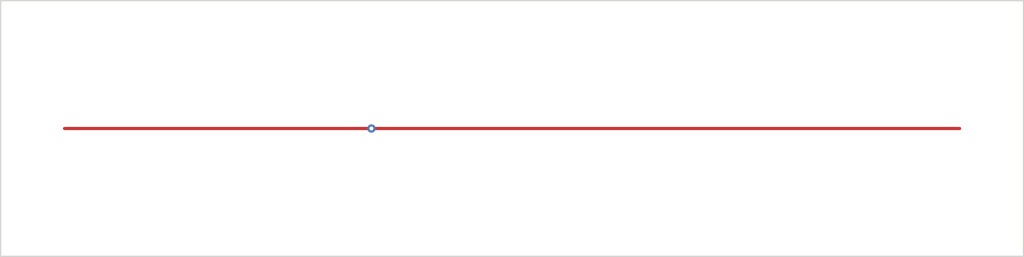
<source format=kicad_pcb>
(kicad_pcb
  (version 20240101)
  (generator coupongen)
  (general
    (thickness 1.6))
  (paper A4)
  (layers
    (0 F.Cu signal)
    (1 In1.Cu signal)
    (2 In2.Cu signal)
    (31 B.Cu signal)
    (32 B.Adhes user)
    (33 F.Adhes user)
    (34 B.Paste user)
    (35 F.Paste user)
    (36 B.SilkS user)
    (37 F.SilkS user)
    (38 B.Mask user)
    (39 F.Mask user)
    (40 Dwgs.User user)
    (41 Cmts.User user)
    (42 Eco1.User user)
    (43 Eco2.User user)
    (44 Edge.Cuts user)
    (45 Margin user)
    (46 B.CrtYd user)
    (47 F.CrtYd user)
    (48 B.Fab user)
    (49 F.Fab user))
  (net
    0
    "")
  (net
    1
    SIG)
  (net
    2
    GND)
  (gr_rect
    (start 0 -10)
    (end 80 10)
    (layer
      Edge.Cuts)
    (width 0.1)
    (tstamp 697aa7f2-1b8a-5f59-b1d6-5e089c49c8ed))
  (footprint
    Coupongen_Connectors:SMA_EndLaunch_Generic
    (layer
      F.Cu)
    (at
      5
      0
      180)
    (tstamp 9c378f12-3e7f-5b2d-af21-bc0302c4d1a1))
  (footprint
    Coupongen_Connectors:SMA_EndLaunch_Generic
    (layer
      F.Cu)
    (at
      75
      0
      0)
    (tstamp a5d226b7-5d3d-519a-9e9a-1759b7a3d918))
  (segment
    (start 5 0)
    (end 29 0)
    (width 0.25)
    (layer
      F.Cu)
    (net
      1)
    (tstamp 53f70853-2baa-5ba9-b66d-754ee891899a))
  (segment
    (start 29 0)
    (end 75 0)
    (width 0.25)
    (layer
      F.Cu)
    (net
      1)
    (tstamp 3aff7d59-32f1-55bf-b3ca-40e1f431f912))
  (via
    (at 29 0)
    (size 0.65)
    (drill 0.3)
    (layers
      F.Cu
      B.Cu)
    (net
      1)
    (tstamp bd221253-13e9-5f30-815f-524bbcec28b4)))
</source>
